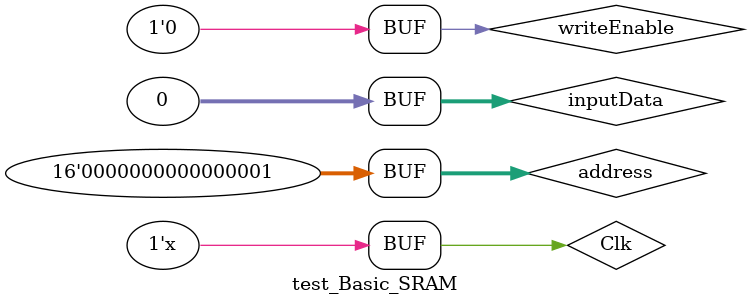
<source format=v>
`timescale 1ns / 1ps


module test_Basic_SRAM;

	// Inputs
	reg [15:0] address;
	reg [31:0] inputData;
	reg Clk;
	reg writeEnable;

	// Outputs
	wire [31:0] outputData;

	// Instantiate the Unit Under Test (UUT)
	Basic_SRAM uut (
		.address(address), 
		.inputData(inputData), 
		.outputData(outputData), 
		.Clk(Clk), 
		.writeEnable(writeEnable)
	);
	always begin
		#10 Clk = ~Clk;
	end

	initial begin
		// Initialize Inputs
		address = 1;
		inputData = 0;
		Clk = 0;
		writeEnable = 0;

		// Wait 100 ns for global reset to finish
		#100;
      inputData = 32'b010010_00000_00001_00000_0000000000;
		writeEnable = 1;
		#12;
		writeEnable = 0;
		inputData = 0;
		
		// Add stimulus here

	end
      
endmodule


</source>
